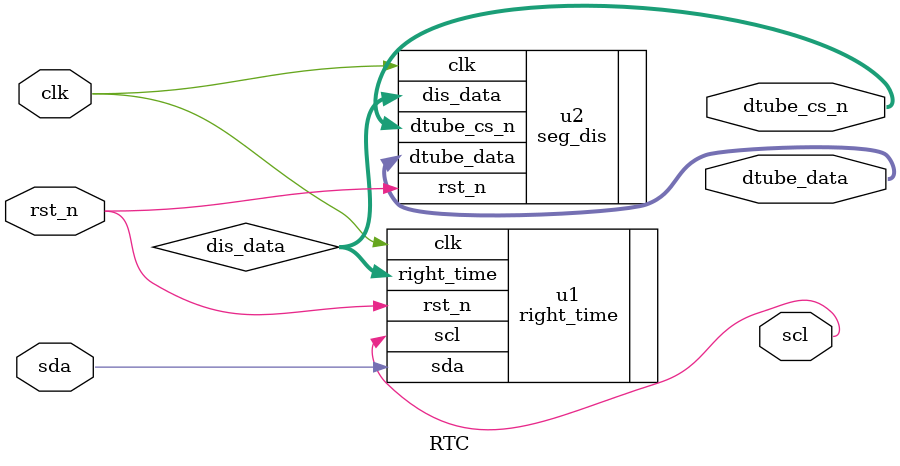
<source format=v>
`timescale 1ns / 1ps


module RTC(
    clk,
    rst_n,
    sda,
    scl,
    dtube_cs_n,
    dtube_data	

    );
    input clk;		
	input rst_n;			
    output scl;
    inout sda;
	output [3:0] dtube_cs_n;
	output [6:0] dtube_data;
     wire [15:0] dis_data;

     
     
     right_time u1(
    .clk(clk),
	.rst_n(rst_n),
	.sda(sda),
	.scl(scl),
    .right_time(dis_data)
    );
    
     seg_dis u2(
     .clk(clk),
     .rst_n(rst_n),
     .dis_data(dis_data),
     .dtube_cs_n(dtube_cs_n),
     .dtube_data(dtube_data)	
		);
   
endmodule
</source>
